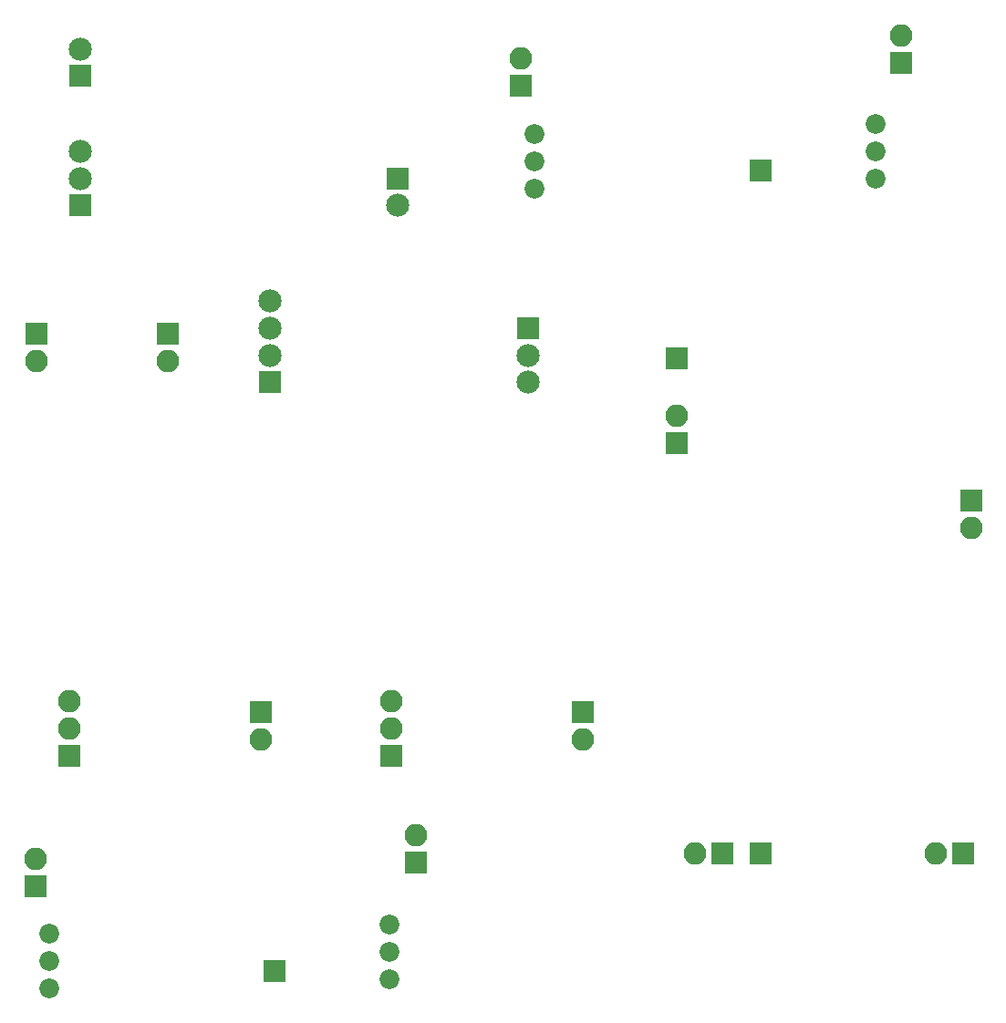
<source format=gbs>
G04 #@! TF.FileFunction,Soldermask,Bot*
%FSLAX46Y46*%
G04 Gerber Fmt 4.6, Leading zero omitted, Abs format (unit mm)*
G04 Created by KiCad (PCBNEW 4.0.5) date 07/05/17 15:18:17*
%MOMM*%
%LPD*%
G01*
G04 APERTURE LIST*
%ADD10C,0.100000*%
%ADD11R,2.100000X2.100000*%
%ADD12O,2.100000X2.100000*%
%ADD13C,1.840000*%
%ADD14R,2.150000X2.150000*%
%ADD15C,2.150000*%
G04 APERTURE END LIST*
D10*
D11*
X80010000Y-106045000D03*
D12*
X80010000Y-103505000D03*
X80010000Y-100965000D03*
D11*
X97790000Y-101981000D03*
D12*
X97790000Y-104521000D03*
D11*
X114300000Y-51689000D03*
D13*
X93345000Y-48260000D03*
X93345000Y-50800000D03*
X93345000Y-53340000D03*
X124968000Y-47371000D03*
X124968000Y-49911000D03*
X124968000Y-52451000D03*
D11*
X127381000Y-41656000D03*
D12*
X127381000Y-39116000D03*
D11*
X92075000Y-43815000D03*
D12*
X92075000Y-41275000D03*
D14*
X51140000Y-54880000D03*
D15*
X51140000Y-52380000D03*
X51140000Y-49880000D03*
D14*
X51140000Y-42880000D03*
D15*
X51140000Y-40380000D03*
D14*
X80640000Y-52380000D03*
D15*
X80640000Y-54880000D03*
D11*
X46990000Y-118110000D03*
D12*
X46990000Y-115570000D03*
D11*
X82296000Y-115951000D03*
D12*
X82296000Y-113411000D03*
D13*
X79883000Y-121666000D03*
X79883000Y-124206000D03*
X79883000Y-126746000D03*
X48260000Y-122555000D03*
X48260000Y-125095000D03*
X48260000Y-127635000D03*
D11*
X69215000Y-125984000D03*
X47117000Y-66802000D03*
D12*
X47117000Y-69342000D03*
D11*
X59309000Y-66802000D03*
D12*
X59309000Y-69342000D03*
D14*
X68740000Y-71300000D03*
D15*
X68740000Y-68800000D03*
X68740000Y-66300000D03*
X68740000Y-63800000D03*
D14*
X92740000Y-66300000D03*
D15*
X92740000Y-68800000D03*
X92740000Y-71300000D03*
D11*
X133858000Y-82296000D03*
D12*
X133858000Y-84836000D03*
D11*
X106527600Y-76987400D03*
D12*
X106527600Y-74447400D03*
D11*
X106553000Y-69088000D03*
X110744000Y-115062000D03*
D12*
X108204000Y-115062000D03*
D11*
X133096000Y-115062000D03*
D12*
X130556000Y-115062000D03*
D11*
X114300000Y-115062000D03*
X67945000Y-101981000D03*
D12*
X67945000Y-104521000D03*
D11*
X50165000Y-106045000D03*
D12*
X50165000Y-103505000D03*
X50165000Y-100965000D03*
M02*

</source>
